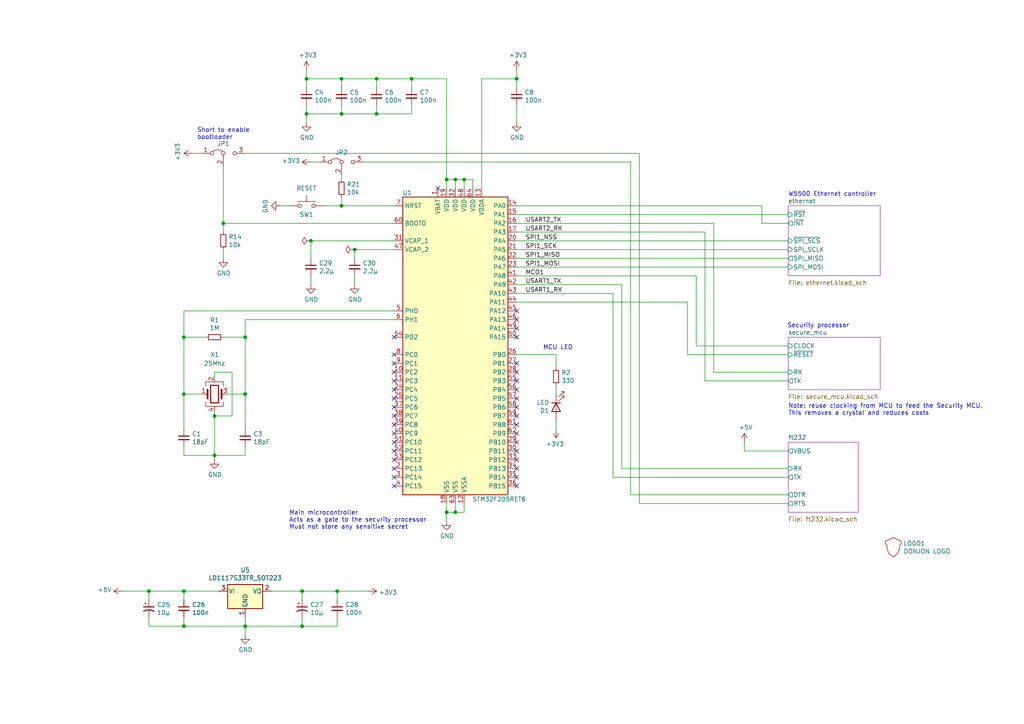
<source format=kicad_sch>
(kicad_sch (version 20200714) (host eeschema "5.99.0-unknown-039b6fd~102~ubuntu18.04.1")
  (page 1 4)
  (paper "A4")
  (title_block (title "picoHSM") (date "2020-09-11") (rev "v1.0") (company "Ledger"))
  (lib_symbols
    (symbol "Device:CP1_Small" (pin_numbers hide) (pin_names (offset 0.254) hide)
      (property "Reference" "C" (at 0.254 1.778 0))
      (property "Value" "CP1_Small" (at 0.254 -2.032 0))
      (symbol "CP1_Small_0_1"
        (arc (start -1.524 -0.762) (end 1.524 -0.762) (radius (at 0 -3.556) (length 3.175) (angles 118.6 61.4)) (stroke (width 0.3048)))
        (polyline (pts (xy -1.524 0.508) (xy 1.524 0.508)) (stroke (width 0.3048)))
        (polyline (pts (xy -1.27 1.524) (xy -0.762 1.524)))
        (polyline (pts (xy -1.016 1.27) (xy -1.016 1.778)))
      )
      (symbol "CP1_Small_1_1"
        (pin passive line (at 0 2.54 270) (length 2.032) (name "~") (number "1"))
        (pin passive line (at 0 -2.54 90) (length 2.032) (name "~") (number "2"))
      )
    )
    (symbol "Device:C_Small" (pin_numbers hide) (pin_names (offset 0.254) hide)
      (property "Reference" "C" (at 0.254 1.778 0))
      (property "Value" "C_Small" (at 0.254 -2.032 0))
      (symbol "C_Small_0_1"
        (polyline (pts (xy -1.524 -0.508) (xy 1.524 -0.508)) (stroke (width 0.3302)))
        (polyline (pts (xy -1.524 0.508) (xy 1.524 0.508)) (stroke (width 0.3048)))
      )
      (symbol "C_Small_1_1"
        (pin passive line (at 0 2.54 270) (length 2.032) (name "~") (number "1"))
        (pin passive line (at 0 -2.54 90) (length 2.032) (name "~") (number "2"))
      )
    )
    (symbol "Device:Crystal_GND24" (pin_names hide)
      (property "Reference" "Y" (at 3.175 5.08 0))
      (property "Value" "Crystal_GND24" (at 3.175 3.175 0))
      (symbol "Crystal_GND24_0_1"
        (rectangle (start -1.143 2.54) (end 1.143 -2.54) (stroke (width 0.3048)))
        (polyline (pts (xy -2.54 0) (xy -2.032 0)))
        (polyline (pts (xy -2.032 -1.27) (xy -2.032 1.27)) (stroke (width 0.508)))
        (polyline (pts (xy 0 -3.81) (xy 0 -3.556)))
        (polyline (pts (xy 0 3.556) (xy 0 3.81)))
        (polyline (pts (xy 2.032 -1.27) (xy 2.032 1.27)) (stroke (width 0.508)))
        (polyline (pts (xy 2.032 0) (xy 2.54 0)))
        (polyline (pts (xy -2.54 -2.286) (xy -2.54 -3.556) (xy 2.54 -3.556) (xy 2.54 -2.286)))
        (polyline (pts (xy -2.54 2.286) (xy -2.54 3.556) (xy 2.54 3.556) (xy 2.54 2.286)))
      )
      (symbol "Crystal_GND24_1_1"
        (pin passive line (at -3.81 0 0) (length 1.27) (name "1") (number "1"))
        (pin passive line (at 0 5.08 270) (length 1.27) (name "2") (number "2"))
        (pin passive line (at 3.81 0 180) (length 1.27) (name "3") (number "3"))
        (pin passive line (at 0 -5.08 90) (length 1.27) (name "4") (number "4"))
      )
    )
    (symbol "Device:LED" (pin_numbers hide) (pin_names hide)
      (property "Reference" "D" (at 0 2.54 0))
      (property "Value" "LED" (at 0 -2.54 0))
      (symbol "LED_0_1"
        (polyline (pts (xy -1.27 -1.27) (xy -1.27 1.27)) (stroke (width 0.254)))
        (polyline (pts (xy -1.27 0) (xy 1.27 0)))
        (polyline (pts (xy 1.27 -1.27) (xy 1.27 1.27) (xy -1.27 0) (xy 1.27 -1.27)) (stroke (width 0.254)))
        (polyline (pts (xy -3.048 -0.762) (xy -4.572 -2.286) (xy -3.81 -2.286) (xy -4.572 -2.286) (xy -4.572 -1.524)))
        (polyline (pts (xy -1.778 -0.762) (xy -3.302 -2.286) (xy -2.54 -2.286) (xy -3.302 -2.286) (xy -3.302 -1.524)))
      )
      (symbol "LED_1_1"
        (pin passive line (at -3.81 0 0) (length 2.54) (name "K") (number "1"))
        (pin passive line (at 3.81 0 180) (length 2.54) (name "A") (number "2"))
      )
    )
    (symbol "Device:R_Small" (pin_numbers hide) (pin_names (offset 0.254) hide)
      (property "Reference" "R" (at 0.762 0.508 0))
      (property "Value" "R_Small" (at 0.762 -1.016 0))
      (symbol "R_Small_0_1"
        (rectangle (start -0.762 1.778) (end 0.762 -1.778) (stroke (width 0.2032)))
      )
      (symbol "R_Small_1_1"
        (pin passive line (at 0 2.54 270) (length 0.762) (name "~") (number "1"))
        (pin passive line (at 0 -2.54 90) (length 0.762) (name "~") (number "2"))
      )
    )
    (symbol "Jumper:Jumper_3_Bridged12" (pin_names (offset 0) hide)
      (property "Reference" "JP" (at -2.54 -2.54 0))
      (property "Value" "Jumper_3_Bridged12" (at 0 2.794 0))
      (symbol "Jumper_3_Bridged12_0_1"
        (arc (start -3.048 0.508) (end -0.254 0.508) (radius (at -1.651 -1.27) (length 2.2606) (angles 128.2 51.8)))
        (polyline (pts (xy 0 -1.27) (xy 0 -0.508)))
      )
      (symbol "Jumper_3_Bridged12_0_0"
        (circle (center -3.302 0) (radius 0.508))
        (circle (center 0 0) (radius 0.508))
        (circle (center 3.302 0) (radius 0.508))
      )
      (symbol "Jumper_3_Bridged12_1_1"
        (pin passive line (at -6.35 0 0) (length 2.54) (name "A") (number "1"))
        (pin input line (at 0 -3.81 90) (length 2.54) (name "C") (number "2"))
        (pin passive line (at 6.35 0 180) (length 2.54) (name "B") (number "3"))
      )
    )
    (symbol "MCU_ST_STM32F2:STM32F205RETx" (pin_names (offset 0.508))
      (property "Reference" "U" (at -15.24 44.45 0))
      (property "Value" "STM32F205RETx" (at 10.16 44.45 0))
      (symbol "STM32F205RETx_0_1"
        (rectangle (start -15.24 -43.18) (end 15.24 43.18) (stroke (width 0.254)) (fill (type background)))
      )
      (symbol "STM32F205RETx_1_1"
        (pin input line (at -17.78 35.56 0) (length 2.54) (name "BOOT0") (number "60"))
        (pin input line (at -17.78 40.64 0) (length 2.54) (name "NRST") (number "7"))
        (pin bidirectional line (at 17.78 40.64 180) (length 2.54) (name "PA0") (number "14"))
        (pin bidirectional line (at 17.78 38.1 180) (length 2.54) (name "PA1") (number "15"))
        (pin bidirectional line (at 17.78 15.24 180) (length 2.54) (name "PA10") (number "43"))
        (pin bidirectional line (at 17.78 12.7 180) (length 2.54) (name "PA11") (number "44"))
        (pin bidirectional line (at 17.78 10.16 180) (length 2.54) (name "PA12") (number "45"))
        (pin bidirectional line (at 17.78 7.62 180) (length 2.54) (name "PA13") (number "46"))
        (pin bidirectional line (at 17.78 5.08 180) (length 2.54) (name "PA14") (number "49"))
        (pin bidirectional line (at 17.78 2.54 180) (length 2.54) (name "PA15") (number "50"))
        (pin bidirectional line (at 17.78 35.56 180) (length 2.54) (name "PA2") (number "16"))
        (pin bidirectional line (at 17.78 33.02 180) (length 2.54) (name "PA3") (number "17"))
        (pin bidirectional line (at 17.78 30.48 180) (length 2.54) (name "PA4") (number "20"))
        (pin bidirectional line (at 17.78 27.94 180) (length 2.54) (name "PA5") (number "21"))
        (pin bidirectional line (at 17.78 25.4 180) (length 2.54) (name "PA6") (number "22"))
        (pin bidirectional line (at 17.78 22.86 180) (length 2.54) (name "PA7") (number "23"))
        (pin bidirectional line (at 17.78 20.32 180) (length 2.54) (name "PA8") (number "41"))
        (pin bidirectional line (at 17.78 17.78 180) (length 2.54) (name "PA9") (number "42"))
        (pin bidirectional line (at 17.78 -2.54 180) (length 2.54) (name "PB0") (number "26"))
        (pin bidirectional line (at 17.78 -5.08 180) (length 2.54) (name "PB1") (number "27"))
        (pin bidirectional line (at 17.78 -27.94 180) (length 2.54) (name "PB10") (number "29"))
        (pin bidirectional line (at 17.78 -30.48 180) (length 2.54) (name "PB11") (number "30"))
        (pin bidirectional line (at 17.78 -33.02 180) (length 2.54) (name "PB12") (number "33"))
        (pin bidirectional line (at 17.78 -35.56 180) (length 2.54) (name "PB13") (number "34"))
        (pin bidirectional line (at 17.78 -38.1 180) (length 2.54) (name "PB14") (number "35"))
        (pin bidirectional line (at 17.78 -40.64 180) (length 2.54) (name "PB15") (number "36"))
        (pin bidirectional line (at 17.78 -7.62 180) (length 2.54) (name "PB2") (number "28"))
        (pin bidirectional line (at 17.78 -10.16 180) (length 2.54) (name "PB3") (number "55"))
        (pin bidirectional line (at 17.78 -12.7 180) (length 2.54) (name "PB4") (number "56"))
        (pin bidirectional line (at 17.78 -15.24 180) (length 2.54) (name "PB5") (number "57"))
        (pin bidirectional line (at 17.78 -17.78 180) (length 2.54) (name "PB6") (number "58"))
        (pin bidirectional line (at 17.78 -20.32 180) (length 2.54) (name "PB7") (number "59"))
        (pin bidirectional line (at 17.78 -22.86 180) (length 2.54) (name "PB8") (number "61"))
        (pin bidirectional line (at 17.78 -25.4 180) (length 2.54) (name "PB9") (number "62"))
        (pin bidirectional line (at -17.78 -2.54 0) (length 2.54) (name "PC0") (number "8"))
        (pin bidirectional line (at -17.78 -5.08 0) (length 2.54) (name "PC1") (number "9"))
        (pin bidirectional line (at -17.78 -27.94 0) (length 2.54) (name "PC10") (number "51"))
        (pin bidirectional line (at -17.78 -30.48 0) (length 2.54) (name "PC11") (number "52"))
        (pin bidirectional line (at -17.78 -33.02 0) (length 2.54) (name "PC12") (number "53"))
        (pin bidirectional line (at -17.78 -35.56 0) (length 2.54) (name "PC13") (number "2"))
        (pin bidirectional line (at -17.78 -38.1 0) (length 2.54) (name "PC14") (number "3"))
        (pin bidirectional line (at -17.78 -40.64 0) (length 2.54) (name "PC15") (number "4"))
        (pin bidirectional line (at -17.78 -7.62 0) (length 2.54) (name "PC2") (number "10"))
        (pin bidirectional line (at -17.78 -10.16 0) (length 2.54) (name "PC3") (number "11"))
        (pin bidirectional line (at -17.78 -12.7 0) (length 2.54) (name "PC4") (number "24"))
        (pin bidirectional line (at -17.78 -15.24 0) (length 2.54) (name "PC5") (number "25"))
        (pin bidirectional line (at -17.78 -17.78 0) (length 2.54) (name "PC6") (number "37"))
        (pin bidirectional line (at -17.78 -20.32 0) (length 2.54) (name "PC7") (number "38"))
        (pin bidirectional line (at -17.78 -22.86 0) (length 2.54) (name "PC8") (number "39"))
        (pin bidirectional line (at -17.78 -25.4 0) (length 2.54) (name "PC9") (number "40"))
        (pin bidirectional line (at -17.78 2.54 0) (length 2.54) (name "PD2") (number "54"))
        (pin input line (at -17.78 10.16 0) (length 2.54) (name "PH0") (number "5"))
        (pin input line (at -17.78 7.62 0) (length 2.54) (name "PH1") (number "6"))
        (pin power_in line (at -5.08 45.72 270) (length 2.54) (name "VBAT") (number "1"))
        (pin power_in line (at -17.78 30.48 0) (length 2.54) (name "VCAP_1") (number "31"))
        (pin power_in line (at -17.78 27.94 0) (length 2.54) (name "VCAP_2") (number "47"))
        (pin power_in line (at -2.54 45.72 270) (length 2.54) (name "VDD") (number "19"))
        (pin power_in line (at 0 45.72 270) (length 2.54) (name "VDD") (number "32"))
        (pin power_in line (at 2.54 45.72 270) (length 2.54) (name "VDD") (number "48"))
        (pin power_in line (at 5.08 45.72 270) (length 2.54) (name "VDD") (number "64"))
        (pin power_in line (at 7.62 45.72 270) (length 2.54) (name "VDDA") (number "13"))
        (pin power_in line (at -2.54 -45.72 90) (length 2.54) (name "VSS") (number "18"))
        (pin power_in line (at 0 -45.72 90) (length 2.54) (name "VSS") (number "63"))
        (pin power_in line (at 2.54 -45.72 90) (length 2.54) (name "VSSA") (number "12"))
      )
    )
    (symbol "Regulator_Linear:LD1117S33TR_SOT223" (pin_names (offset 0.254))
      (property "Reference" "U" (at -3.81 3.175 0))
      (property "Value" "LD1117S33TR_SOT223" (at 0 3.175 0))
      (symbol "LD1117S33TR_SOT223_0_1"
        (rectangle (start -5.08 -5.08) (end 5.08 1.905) (stroke (width 0.254)) (fill (type background)))
      )
      (symbol "LD1117S33TR_SOT223_1_1"
        (pin power_in line (at 0 -7.62 90) (length 2.54) (name "GND") (number "1"))
        (pin power_out line (at 7.62 0 180) (length 2.54) (name "VO") (number "2"))
        (pin power_in line (at -7.62 0 0) (length 2.54) (name "VI") (number "3"))
      )
    )
    (symbol "Switch:SW_Push" (pin_numbers hide) (pin_names hide)
      (property "Reference" "SW" (at 1.27 2.54 0))
      (property "Value" "SW_Push" (at 0 -1.524 0))
      (symbol "SW_Push_0_1"
        (circle (center -2.032 0) (radius 0.508))
        (circle (center 2.032 0) (radius 0.508))
        (polyline (pts (xy 0 1.27) (xy 0 3.048)))
        (polyline (pts (xy 2.54 1.27) (xy -2.54 1.27)))
        (pin passive line (at -5.08 0 0) (length 2.54) (name "1") (number "1"))
        (pin passive line (at 5.08 0 180) (length 2.54) (name "2") (number "2"))
      )
    )
    (symbol "mylib:DUNGEON_LOGO"
      (property "Reference" "LOGO" (at 0 0 0))
      (property "Value" "DUNGEON_LOGO" (at 0 0 0))
      (symbol "DUNGEON_LOGO_0_1"
        (polyline (pts (xy 0 2.794) (xy 2.286 1.778) (xy 2.286 1.016) (xy 1.778 0.508) (xy 1.778 -0.508) (xy 1.27 -1.778) (xy 0 -2.794) (xy -1.27 -1.778) (xy -1.778 -0.508) (xy -1.778 0.508) (xy -2.286 1.016) (xy -2.286 1.778) (xy 0 2.794)))
      )
    )
    (symbol "power:+3V3" (power) (pin_names (offset 0))
      (property "Value" "+3V3" (at 0 3.556 0))
      (symbol "+3V3_0_1"
        (polyline (pts (xy -0.762 1.27) (xy 0 2.54)))
        (polyline (pts (xy 0 0) (xy 0 2.54)))
        (polyline (pts (xy 0 2.54) (xy 0.762 1.27)))
      )
      (symbol "+3V3_1_1"
        (pin power_in line (at 0 0 90) (length 0) hide (name "+3V3") (number "1"))
      )
    )
    (symbol "power:+5V" (power) (pin_names (offset 0))
      (property "Value" "+5V" (at 0 3.556 0))
      (symbol "+5V_0_1"
        (polyline (pts (xy -0.762 1.27) (xy 0 2.54)))
        (polyline (pts (xy 0 0) (xy 0 2.54)))
        (polyline (pts (xy 0 2.54) (xy 0.762 1.27)))
      )
      (symbol "+5V_1_1"
        (pin power_in line (at 0 0 90) (length 0) hide (name "+5V") (number "1"))
      )
    )
    (symbol "power:GND" (power) (pin_names (offset 0))
      (property "Value" "GND" (at 0 -3.81 0))
      (symbol "GND_0_1"
        (polyline (pts (xy 0 0) (xy 0 -1.27) (xy 1.27 -1.27) (xy 0 -2.54) (xy -1.27 -1.27) (xy 0 -1.27)))
      )
      (symbol "GND_1_1"
        (pin power_in line (at 0 0 270) (length 0) hide (name "GND") (number "1"))
      )
    )
    (symbol "power:PWR_FLAG" (power) (pin_numbers hide) (pin_names (offset 0) hide)
      (property "Value" "PWR_FLAG" (at 0 3.81 0))
      (symbol "PWR_FLAG_0_1"
        (polyline (pts (xy 0 0) (xy 0 1.27) (xy -1.016 1.905) (xy 0 2.54) (xy 1.016 1.905) (xy 0 1.27)))
      )
      (symbol "PWR_FLAG_0_0"
        (pin power_out line (at 0 0 90) (length 0) (name "pwr") (number "1"))
      )
    )
  )
  (junction (at 43.18 171.45))
  (junction (at 53.34 97.79))
  (junction (at 53.34 114.3))
  (junction (at 53.34 171.45))
  (junction (at 53.34 181.61))
  (junction (at 62.23 120.65))
  (junction (at 62.23 132.08))
  (junction (at 64.77 64.77))
  (junction (at 71.12 97.79))
  (junction (at 71.12 114.3))
  (junction (at 71.12 181.61))
  (junction (at 87.63 171.45))
  (junction (at 87.63 181.61))
  (junction (at 88.9 22.86))
  (junction (at 88.9 33.02))
  (junction (at 90.17 69.85))
  (junction (at 97.79 171.45))
  (junction (at 99.06 22.86))
  (junction (at 99.06 33.02))
  (junction (at 99.06 59.69))
  (junction (at 102.87 72.39))
  (junction (at 109.22 22.86))
  (junction (at 109.22 33.02))
  (junction (at 119.38 22.86))
  (junction (at 129.54 52.07))
  (junction (at 129.54 148.59))
  (junction (at 132.08 52.07))
  (junction (at 132.08 148.59))
  (junction (at 134.62 52.07))
  (junction (at 149.86 22.86))
  (no_connect (at 149.86 97.79))
  (no_connect (at 114.3 118.11))
  (no_connect (at 149.86 118.11))
  (no_connect (at 149.86 110.49))
  (no_connect (at 149.86 107.95))
  (no_connect (at 149.86 138.43))
  (no_connect (at 114.3 115.57))
  (no_connect (at 149.86 133.35))
  (no_connect (at 149.86 113.03))
  (no_connect (at 114.3 133.35))
  (no_connect (at 149.86 123.19))
  (no_connect (at 114.3 140.97))
  (no_connect (at 149.86 125.73))
  (no_connect (at 114.3 113.03))
  (no_connect (at 149.86 130.81))
  (no_connect (at 114.3 130.81))
  (no_connect (at 149.86 115.57))
  (no_connect (at 114.3 138.43))
  (no_connect (at 114.3 128.27))
  (no_connect (at 114.3 105.41))
  (no_connect (at 149.86 135.89))
  (no_connect (at 114.3 110.49))
  (no_connect (at 149.86 92.71))
  (no_connect (at 114.3 123.19))
  (no_connect (at 149.86 140.97))
  (no_connect (at 114.3 102.87))
  (no_connect (at 149.86 105.41))
  (no_connect (at 127 54.61))
  (no_connect (at 149.86 95.25))
  (no_connect (at 114.3 120.65))
  (no_connect (at 114.3 97.79))
  (no_connect (at 114.3 135.89))
  (no_connect (at 149.86 128.27))
  (no_connect (at 114.3 125.73))
  (no_connect (at 149.86 90.17))
  (no_connect (at 114.3 107.95))
  (no_connect (at 149.86 120.65))
  (wire (pts (xy 35.56 171.45) (xy 43.18 171.45)))
  (wire (pts (xy 43.18 171.45) (xy 43.18 173.99)))
  (wire (pts (xy 43.18 179.07) (xy 43.18 181.61)))
  (wire (pts (xy 53.34 90.17) (xy 53.34 97.79)))
  (wire (pts (xy 53.34 97.79) (xy 59.69 97.79)))
  (wire (pts (xy 53.34 114.3) (xy 53.34 97.79)))
  (wire (pts (xy 53.34 114.3) (xy 53.34 124.46)))
  (wire (pts (xy 53.34 129.54) (xy 53.34 132.08)))
  (wire (pts (xy 53.34 132.08) (xy 62.23 132.08)))
  (wire (pts (xy 53.34 171.45) (xy 43.18 171.45)))
  (wire (pts (xy 53.34 171.45) (xy 53.34 173.99)))
  (wire (pts (xy 53.34 171.45) (xy 63.5 171.45)))
  (wire (pts (xy 53.34 179.07) (xy 53.34 181.61)))
  (wire (pts (xy 53.34 181.61) (xy 43.18 181.61)))
  (wire (pts (xy 53.34 181.61) (xy 71.12 181.61)))
  (wire (pts (xy 55.88 44.45) (xy 58.42 44.45)))
  (wire (pts (xy 58.42 114.3) (xy 53.34 114.3)))
  (wire (pts (xy 62.23 107.95) (xy 62.23 109.22)))
  (wire (pts (xy 62.23 107.95) (xy 67.31 107.95)))
  (wire (pts (xy 62.23 119.38) (xy 62.23 120.65)))
  (wire (pts (xy 62.23 120.65) (xy 62.23 132.08)))
  (wire (pts (xy 62.23 132.08) (xy 62.23 133.35)))
  (wire (pts (xy 62.23 132.08) (xy 71.12 132.08)))
  (wire (pts (xy 64.77 48.26) (xy 64.77 64.77)))
  (wire (pts (xy 64.77 64.77) (xy 64.77 67.31)))
  (wire (pts (xy 64.77 64.77) (xy 114.3 64.77)))
  (wire (pts (xy 64.77 72.39) (xy 64.77 74.93)))
  (wire (pts (xy 64.77 97.79) (xy 71.12 97.79)))
  (wire (pts (xy 67.31 107.95) (xy 67.31 120.65)))
  (wire (pts (xy 67.31 120.65) (xy 62.23 120.65)))
  (wire (pts (xy 71.12 44.45) (xy 185.42 44.45)))
  (wire (pts (xy 71.12 92.71) (xy 114.3 92.71)))
  (wire (pts (xy 71.12 97.79) (xy 71.12 92.71)))
  (wire (pts (xy 71.12 97.79) (xy 71.12 114.3)))
  (wire (pts (xy 71.12 114.3) (xy 66.04 114.3)))
  (wire (pts (xy 71.12 114.3) (xy 71.12 124.46)))
  (wire (pts (xy 71.12 132.08) (xy 71.12 129.54)))
  (wire (pts (xy 71.12 181.61) (xy 71.12 179.07)))
  (wire (pts (xy 71.12 181.61) (xy 71.12 184.15)))
  (wire (pts (xy 71.12 181.61) (xy 87.63 181.61)))
  (wire (pts (xy 78.74 171.45) (xy 87.63 171.45)))
  (wire (pts (xy 81.28 59.69) (xy 83.82 59.69)))
  (wire (pts (xy 87.63 171.45) (xy 87.63 173.99)))
  (wire (pts (xy 87.63 179.07) (xy 87.63 181.61)))
  (wire (pts (xy 88.9 20.32) (xy 88.9 22.86)))
  (wire (pts (xy 88.9 22.86) (xy 88.9 25.4)))
  (wire (pts (xy 88.9 22.86) (xy 99.06 22.86)))
  (wire (pts (xy 88.9 30.48) (xy 88.9 33.02)))
  (wire (pts (xy 88.9 33.02) (xy 88.9 35.56)))
  (wire (pts (xy 88.9 33.02) (xy 99.06 33.02)))
  (wire (pts (xy 90.17 46.99) (xy 92.71 46.99)))
  (wire (pts (xy 90.17 69.85) (xy 90.17 74.93)))
  (wire (pts (xy 90.17 80.01) (xy 90.17 82.55)))
  (wire (pts (xy 93.98 59.69) (xy 99.06 59.69)))
  (wire (pts (xy 97.79 171.45) (xy 87.63 171.45)))
  (wire (pts (xy 97.79 171.45) (xy 97.79 173.99)))
  (wire (pts (xy 97.79 171.45) (xy 106.68 171.45)))
  (wire (pts (xy 97.79 179.07) (xy 97.79 181.61)))
  (wire (pts (xy 97.79 181.61) (xy 87.63 181.61)))
  (wire (pts (xy 99.06 22.86) (xy 99.06 25.4)))
  (wire (pts (xy 99.06 22.86) (xy 109.22 22.86)))
  (wire (pts (xy 99.06 30.48) (xy 99.06 33.02)))
  (wire (pts (xy 99.06 33.02) (xy 109.22 33.02)))
  (wire (pts (xy 99.06 50.8) (xy 99.06 52.07)))
  (wire (pts (xy 99.06 57.15) (xy 99.06 59.69)))
  (wire (pts (xy 99.06 59.69) (xy 114.3 59.69)))
  (wire (pts (xy 102.87 72.39) (xy 102.87 74.93)))
  (wire (pts (xy 102.87 80.01) (xy 102.87 82.55)))
  (wire (pts (xy 105.41 46.99) (xy 182.88 46.99)))
  (wire (pts (xy 109.22 22.86) (xy 109.22 25.4)))
  (wire (pts (xy 109.22 22.86) (xy 119.38 22.86)))
  (wire (pts (xy 109.22 30.48) (xy 109.22 33.02)))
  (wire (pts (xy 109.22 33.02) (xy 119.38 33.02)))
  (wire (pts (xy 114.3 69.85) (xy 90.17 69.85)))
  (wire (pts (xy 114.3 72.39) (xy 102.87 72.39)))
  (wire (pts (xy 114.3 90.17) (xy 53.34 90.17)))
  (wire (pts (xy 119.38 22.86) (xy 119.38 25.4)))
  (wire (pts (xy 119.38 33.02) (xy 119.38 30.48)))
  (wire (pts (xy 129.54 22.86) (xy 119.38 22.86)))
  (wire (pts (xy 129.54 52.07) (xy 129.54 22.86)))
  (wire (pts (xy 129.54 52.07) (xy 129.54 54.61)))
  (wire (pts (xy 129.54 146.05) (xy 129.54 148.59)))
  (wire (pts (xy 129.54 148.59) (xy 129.54 151.13)))
  (wire (pts (xy 132.08 52.07) (xy 129.54 52.07)))
  (wire (pts (xy 132.08 52.07) (xy 132.08 54.61)))
  (wire (pts (xy 132.08 146.05) (xy 132.08 148.59)))
  (wire (pts (xy 132.08 148.59) (xy 129.54 148.59)))
  (wire (pts (xy 134.62 52.07) (xy 132.08 52.07)))
  (wire (pts (xy 134.62 52.07) (xy 134.62 54.61)))
  (wire (pts (xy 134.62 146.05) (xy 134.62 148.59)))
  (wire (pts (xy 134.62 148.59) (xy 132.08 148.59)))
  (wire (pts (xy 137.16 52.07) (xy 134.62 52.07)))
  (wire (pts (xy 137.16 52.07) (xy 137.16 54.61)))
  (wire (pts (xy 139.7 22.86) (xy 139.7 54.61)))
  (wire (pts (xy 149.86 20.32) (xy 149.86 22.86)))
  (wire (pts (xy 149.86 22.86) (xy 139.7 22.86)))
  (wire (pts (xy 149.86 22.86) (xy 149.86 25.4)))
  (wire (pts (xy 149.86 30.48) (xy 149.86 35.56)))
  (wire (pts (xy 149.86 59.69) (xy 220.98 59.69)))
  (wire (pts (xy 149.86 62.23) (xy 228.6 62.23)))
  (wire (pts (xy 149.86 64.77) (xy 207.01 64.77)))
  (wire (pts (xy 149.86 67.31) (xy 204.47 67.31)))
  (wire (pts (xy 149.86 69.85) (xy 228.6 69.85)))
  (wire (pts (xy 149.86 72.39) (xy 228.6 72.39)))
  (wire (pts (xy 149.86 74.93) (xy 228.6 74.93)))
  (wire (pts (xy 149.86 77.47) (xy 228.6 77.47)))
  (wire (pts (xy 149.86 80.01) (xy 201.93 80.01)))
  (wire (pts (xy 149.86 82.55) (xy 180.34 82.55)))
  (wire (pts (xy 149.86 85.09) (xy 177.8 85.09)))
  (wire (pts (xy 149.86 102.87) (xy 161.29 102.87)))
  (wire (pts (xy 161.29 102.87) (xy 161.29 106.68)))
  (wire (pts (xy 161.29 111.76) (xy 161.29 114.3)))
  (wire (pts (xy 161.29 121.92) (xy 161.29 124.46)))
  (wire (pts (xy 177.8 85.09) (xy 177.8 138.43)))
  (wire (pts (xy 177.8 138.43) (xy 228.6 138.43)))
  (wire (pts (xy 180.34 82.55) (xy 180.34 135.89)))
  (wire (pts (xy 180.34 135.89) (xy 228.6 135.89)))
  (wire (pts (xy 182.88 143.51) (xy 182.88 46.99)))
  (wire (pts (xy 185.42 146.05) (xy 185.42 44.45)))
  (wire (pts (xy 199.39 87.63) (xy 149.86 87.63)))
  (wire (pts (xy 199.39 102.87) (xy 199.39 87.63)))
  (wire (pts (xy 201.93 80.01) (xy 201.93 100.33)))
  (wire (pts (xy 201.93 100.33) (xy 228.6 100.33)))
  (wire (pts (xy 204.47 67.31) (xy 204.47 110.49)))
  (wire (pts (xy 204.47 110.49) (xy 228.6 110.49)))
  (wire (pts (xy 207.01 64.77) (xy 207.01 107.95)))
  (wire (pts (xy 207.01 107.95) (xy 228.6 107.95)))
  (wire (pts (xy 215.9 130.81) (xy 215.9 128.27)))
  (wire (pts (xy 220.98 59.69) (xy 220.98 64.77)))
  (wire (pts (xy 220.98 64.77) (xy 228.6 64.77)))
  (wire (pts (xy 228.6 102.87) (xy 199.39 102.87)))
  (wire (pts (xy 228.6 130.81) (xy 215.9 130.81)))
  (wire (pts (xy 228.6 143.51) (xy 182.88 143.51)))
  (wire (pts (xy 228.6 146.05) (xy 185.42 146.05)))
  (text "Short to enable\nbootloader" (at 57.15 40.64 0) (effects (font (size 1.27 1.27)) (justify left bottom)))
  (text "Main microcontroller\nActs as a gate to the security processor\nMust not store any sensitive secret" (at 83.82 153.67 0) (effects (font (size 1.27 1.27)) (justify left bottom)))
  (text "MCU LED" (at 157.48 101.6 0) (effects (font (size 1.27 1.27)) (justify left bottom)))
  (text "W5500 Ethernet controller" (at 228.6 57.15 0) (effects (font (size 1.27 1.27)) (justify left bottom)))
  (text "Note: reuse clocking from MCU to feed the Security MCU,\nThis removes a crystal and reduces costs" (at 228.6 120.65 0) (effects (font (size 1.27 1.27)) (justify left bottom)))
  (text "Security processor" (at 246.38 95.25 180) (effects (font (size 1.27 1.27)) (justify right bottom)))
  (label "USART2_TX" (at 152.4 64.77 0))
  (label "USART2_RX" (at 152.4 67.31 0))
  (label "SPI1_NSS" (at 152.4 69.85 0))
  (label "SPI1_SCK" (at 152.4 72.39 0))
  (label "SPI1_MISO" (at 152.4 74.93 0))
  (label "SPI1_MOSI" (at 152.4 77.47 0))
  (label "MCO1" (at 152.4 80.01 0))
  (label "USART1_TX" (at 152.4 82.55 0))
  (label "USART1_RX" (at 152.4 85.09 0))
  (symbol (lib_id "power:PWR_FLAG") (at 90.17 69.85 90) (unit 1)
    (property "Reference" "#FLG0102" (effects hide))
    (property "Value" "PWR_FLAG" (effects hide))
  )
  (symbol (lib_id "power:PWR_FLAG") (at 102.87 72.39 90) (unit 1)
    (property "Reference" "#FLG0103" (effects hide))
    (property "Value" "PWR_FLAG" (effects hide))
  )
  (symbol (lib_id "power:+5V") (at 35.56 171.45 90) (unit 1)
    (property "Reference" "#PWR0138" (effects hide))
    (property "Value" "+5V" (at 32.385 171.0817 90) (effects (justify left)))
  )
  (symbol (lib_id "power:+3V3") (at 55.88 44.45 90) (unit 1)
    (property "Reference" "#PWR0139" (effects hide))
    (property "Value" "+3V3" (at 51.5556 44.0817 0))
  )
  (symbol (lib_id "power:+3V3") (at 88.9 20.32 0) (unit 1)
    (property "Reference" "#PWR0102" (effects hide))
    (property "Value" "+3V3" (at 89.2683 15.9956 0))
  )
  (symbol (lib_id "power:+3V3") (at 90.17 46.99 90) (unit 1)
    (property "Reference" "#PWR0140" (effects hide))
    (property "Value" "+3V3" (at 86.9949 46.6217 90) (effects (justify left)))
  )
  (symbol (lib_id "power:+3V3") (at 106.68 171.45 270) (unit 1)
    (property "Reference" "#PWR0137" (effects hide))
    (property "Value" "+3V3" (at 109.8551 171.8183 90) (effects (justify left)))
  )
  (symbol (lib_id "power:+3V3") (at 149.86 20.32 0) (unit 1)
    (property "Reference" "#PWR0105" (effects hide))
    (property "Value" "+3V3" (at 150.2283 15.9956 0))
  )
  (symbol (lib_id "power:+3V3") (at 161.29 124.46 180) (unit 1)
    (property "Reference" "#PWR0106" (effects hide))
    (property "Value" "+3V3" (at 160.9217 128.7844 0))
  )
  (symbol (lib_id "power:+5V") (at 215.9 128.27 0) (unit 1)
    (property "Reference" "#PWR0107" (effects hide))
    (property "Value" "+5V" (at 216.2683 123.9456 0))
  )
  (symbol (lib_id "power:GND") (at 62.23 133.35 0) (unit 1)
    (property "Reference" "#PWR0103" (effects hide))
    (property "Value" "GND" (at 62.3443 137.6744 0))
  )
  (symbol (lib_id "power:GND") (at 64.77 74.93 0) (unit 1)
    (property "Reference" "#PWR0142" (effects hide))
    (property "Value" "GND" (at 64.8843 79.2544 0))
  )
  (symbol (lib_id "power:GND") (at 71.12 184.15 0) (unit 1)
    (property "Reference" "#PWR0136" (effects hide))
    (property "Value" "GND" (at 71.2343 188.4744 0))
  )
  (symbol (lib_id "power:GND") (at 81.28 59.69 270) (unit 1)
    (property "Reference" "#PWR0141" (effects hide))
    (property "Value" "GND" (at 76.9556 59.8043 0))
  )
  (symbol (lib_id "power:GND") (at 88.9 35.56 0) (unit 1)
    (property "Reference" "#PWR0101" (effects hide))
    (property "Value" "GND" (at 89.0143 39.8844 0))
  )
  (symbol (lib_id "power:GND") (at 90.17 82.55 0) (unit 1)
    (property "Reference" "#PWR0143" (effects hide))
    (property "Value" "GND" (at 90.2843 86.8744 0))
  )
  (symbol (lib_id "power:GND") (at 102.87 82.55 0) (unit 1)
    (property "Reference" "#PWR0144" (effects hide))
    (property "Value" "GND" (at 102.9843 86.8744 0))
  )
  (symbol (lib_id "power:GND") (at 129.54 151.13 0) (unit 1)
    (property "Reference" "#PWR0145" (effects hide))
    (property "Value" "GND" (at 129.6543 155.4544 0))
  )
  (symbol (lib_id "power:GND") (at 149.86 35.56 0) (unit 1)
    (property "Reference" "#PWR0104" (effects hide))
    (property "Value" "GND" (at 149.9743 39.8844 0))
  )
  (symbol (lib_id "Device:R_Small") (at 62.23 97.79 90) (unit 1)
    (property "Reference" "R1" (at 62.23 92.8432 90))
    (property "Value" "1M" (at 62.23 95.1419 90))
    (property "Footprint" "Resistor_SMD:R_0603_1608Metric" (effects hide))
    (property "Manufacturer" "Yageo" (effects hide))
    (property "ManufacturerRef" "RC0603FR-071ML" (effects hide))
    (property "Price" "0.0151" (effects hide))
    (property "Vendor" "Farnell" (effects hide))
    (property "VendorRef" "9238840" (effects hide))
  )
  (symbol (lib_id "Device:R_Small") (at 64.77 69.85 0) (unit 1)
    (property "Reference" "R14" (at 66.2687 68.7006 0) (effects (justify left)))
    (property "Value" "10k" (at 66.2687 70.9993 0) (effects (justify left)))
    (property "Footprint" "Resistor_SMD:R_0603_1608Metric" (effects hide))
    (property "Manufacturer" "TE Connectivity" (effects hide))
    (property "ManufacturerRef" "CRGH0603J10K" (effects hide))
    (property "Price" "0.0446" (effects hide))
    (property "Vendor" "Farnell" (effects hide))
    (property "VendorRef" "2331740" (effects hide))
  )
  (symbol (lib_id "Device:R_Small") (at 99.06 54.61 0) (unit 1)
    (property "Reference" "R21" (at 100.5587 53.4606 0) (effects (justify left)))
    (property "Value" "10k" (at 100.5587 55.7593 0) (effects (justify left)))
    (property "Footprint" "Resistor_SMD:R_0603_1608Metric" (effects hide))
    (property "Manufacturer" "TE Connectivity" (effects hide))
    (property "ManufacturerRef" "CRGH0603J10K" (effects hide))
    (property "Price" "0.0446" (effects hide))
    (property "Vendor" "Farnell" (effects hide))
    (property "VendorRef" "2331740" (effects hide))
  )
  (symbol (lib_id "Device:R_Small") (at 161.29 109.22 0) (unit 1)
    (property "Reference" "R2" (at 162.7887 108.0706 0) (effects (justify left)))
    (property "Value" "330" (at 162.7887 110.3693 0) (effects (justify left)))
    (property "Footprint" "Resistor_SMD:R_0603_1608Metric" (effects hide))
    (property "Manufacturer" "Vishay" (effects hide))
    (property "ManufacturerRef" "CRCW0603330RFKEA" (effects hide))
    (property "Price" "0.0407" (effects hide))
    (property "Vendor" "Farnell" (effects hide))
    (property "VendorRef" "1469803" (effects hide))
  )
  (symbol (lib_id "Device:CP1_Small") (at 43.18 176.53 0) (unit 1)
    (property "Reference" "C25" (at 45.4915 175.3806 0) (effects (justify left)))
    (property "Value" "10µ" (at 45.4915 177.6793 0) (effects (justify left)))
    (property "Footprint" "Capacitor_Tantalum_SMD:CP_EIA-3216-10_Kemet-I" (effects hide))
    (property "Manufacturer" "AVX" (effects hide))
    (property "ManufacturerRef" "TAJA106K016SNJ" (effects hide))
    (property "Price" "0.205" (effects hide))
    (property "Vendor" "Farnell" (effects hide))
    (property "VendorRef" "2852725" (effects hide))
  )
  (symbol (lib_id "Device:CP1_Small") (at 87.63 176.53 0) (unit 1)
    (property "Reference" "C27" (at 89.9415 175.3806 0) (effects (justify left)))
    (property "Value" "10µ" (at 89.9415 177.6793 0) (effects (justify left)))
    (property "Footprint" "Capacitor_Tantalum_SMD:CP_EIA-3216-10_Kemet-I" (effects hide))
    (property "Manufacturer" "AVX" (effects hide))
    (property "ManufacturerRef" "TAJA106K016SNJ" (effects hide))
    (property "Price" "0.205" (effects hide))
    (property "Vendor" "Farnell" (effects hide))
    (property "VendorRef" "2852725" (effects hide))
  )
  (symbol (lib_id "Device:C_Small") (at 53.34 127 0) (unit 1)
    (property "Reference" "C1" (at 55.6642 125.8506 0) (effects (justify left)))
    (property "Value" "18pF" (at 55.6642 128.1493 0) (effects (justify left)))
    (property "Footprint" "Capacitor_SMD:C_0603_1608Metric" (effects hide))
    (property "Manufacturer" "Kemet" (effects hide))
    (property "ManufacturerRef" "C0603C180J5GACTU" (effects hide))
    (property "Price" "0.029" (effects hide))
    (property "Vendor" "Farnell" (effects hide))
    (property "VendorRef" "1414620" (effects hide))
  )
  (symbol (lib_id "Device:C_Small") (at 53.34 176.53 0) (unit 1)
    (property "Reference" "C26" (at 55.6642 175.3806 0) (effects (justify left)))
    (property "Value" "100n" (at 55.6642 177.6793 0) (effects (justify left)))
    (property "Footprint" "Capacitor_SMD:C_0603_1608Metric" (effects hide))
    (property "Manufacturer" "Multicomp" (effects hide))
    (property "ManufacturerRef" "MC0603B104K250CT" (effects hide))
    (property "Price" "0.0477" (effects hide))
    (property "Vendor" "Farnell" (effects hide))
    (property "VendorRef" "1759037" (effects hide))
  )
  (symbol (lib_id "Device:C_Small") (at 71.12 127 0) (unit 1)
    (property "Reference" "C3" (at 73.4442 125.8506 0) (effects (justify left)))
    (property "Value" "18pF" (at 73.4442 128.1493 0) (effects (justify left)))
    (property "Footprint" "Capacitor_SMD:C_0603_1608Metric" (effects hide))
    (property "Manufacturer" "Kemet" (effects hide))
    (property "ManufacturerRef" "C0603C180J5GACTU" (effects hide))
    (property "Price" "0.029" (effects hide))
    (property "Vendor" "Farnell" (effects hide))
    (property "VendorRef" "1414620" (effects hide))
  )
  (symbol (lib_id "Device:C_Small") (at 88.9 27.94 0) (unit 1)
    (property "Reference" "C4" (at 91.2242 26.7906 0) (effects (justify left)))
    (property "Value" "100n" (at 91.2242 29.0893 0) (effects (justify left)))
    (property "Footprint" "Capacitor_SMD:C_0603_1608Metric" (effects hide))
    (property "Manufacturer" "Multicomp" (effects hide))
    (property "ManufacturerRef" "MC0603B104K250CT" (effects hide))
    (property "Price" "0.0477" (effects hide))
    (property "Vendor" "Farnell" (effects hide))
    (property "VendorRef" "1759037" (effects hide))
  )
  (symbol (lib_id "Device:C_Small") (at 90.17 77.47 0) (unit 1)
    (property "Reference" "C29" (at 92.4942 76.3206 0) (effects (justify left)))
    (property "Value" "2.2µ" (at 92.4942 78.6193 0) (effects (justify left)))
    (property "Footprint" "Capacitor_SMD:C_0603_1608Metric" (effects hide))
    (property "Manufacturer" "Murata" (effects hide))
    (property "ManufacturerRef" "GRM188R61E225KA12D" (effects hide))
    (property "Price" "0.131" (effects hide))
    (property "Vendor" "Farnell" (effects hide))
    (property "VendorRef" "1845734" (effects hide))
  )
  (symbol (lib_id "Device:C_Small") (at 97.79 176.53 0) (unit 1)
    (property "Reference" "C28" (at 100.1142 175.3806 0) (effects (justify left)))
    (property "Value" "100n" (at 100.1142 177.6793 0) (effects (justify left)))
    (property "Footprint" "Capacitor_SMD:C_0603_1608Metric" (effects hide))
    (property "Manufacturer" "Multicomp" (effects hide))
    (property "ManufacturerRef" "MC0603B104K250CT" (effects hide))
    (property "Price" "0.0477" (effects hide))
    (property "Vendor" "Farnell" (effects hide))
    (property "VendorRef" "1759037" (effects hide))
  )
  (symbol (lib_id "Device:C_Small") (at 99.06 27.94 0) (unit 1)
    (property "Reference" "C5" (at 101.3842 26.7906 0) (effects (justify left)))
    (property "Value" "100n" (at 101.3842 29.0893 0) (effects (justify left)))
    (property "Footprint" "Capacitor_SMD:C_0603_1608Metric" (effects hide))
    (property "Manufacturer" "Multicomp" (effects hide))
    (property "ManufacturerRef" "MC0603B104K250CT" (effects hide))
    (property "Price" "0.0477" (effects hide))
    (property "Vendor" "Farnell" (effects hide))
    (property "VendorRef" "1759037" (effects hide))
  )
  (symbol (lib_id "Device:C_Small") (at 102.87 77.47 0) (unit 1)
    (property "Reference" "C30" (at 105.1942 76.3206 0) (effects (justify left)))
    (property "Value" "2.2µ" (at 105.1942 78.6193 0) (effects (justify left)))
    (property "Footprint" "Capacitor_SMD:C_0603_1608Metric" (effects hide))
    (property "Manufacturer" "Murata" (effects hide))
    (property "ManufacturerRef" "GRM188R61E225KA12D" (effects hide))
    (property "Price" "0.131" (effects hide))
    (property "Vendor" "Farnell" (effects hide))
    (property "VendorRef" "1845734" (effects hide))
  )
  (symbol (lib_id "Device:C_Small") (at 109.22 27.94 0) (unit 1)
    (property "Reference" "C6" (at 111.5442 26.7906 0) (effects (justify left)))
    (property "Value" "100n" (at 111.5442 29.0893 0) (effects (justify left)))
    (property "Footprint" "Capacitor_SMD:C_0603_1608Metric" (effects hide))
    (property "Manufacturer" "Multicomp" (effects hide))
    (property "ManufacturerRef" "MC0603B104K250CT" (effects hide))
    (property "Price" "0.0477" (effects hide))
    (property "Vendor" "Farnell" (effects hide))
    (property "VendorRef" "1759037" (effects hide))
  )
  (symbol (lib_id "Device:C_Small") (at 119.38 27.94 0) (unit 1)
    (property "Reference" "C7" (at 121.7042 26.7906 0) (effects (justify left)))
    (property "Value" "100n" (at 121.7042 29.0893 0) (effects (justify left)))
    (property "Footprint" "Capacitor_SMD:C_0603_1608Metric" (effects hide))
    (property "Manufacturer" "Multicomp" (effects hide))
    (property "ManufacturerRef" "MC0603B104K250CT" (effects hide))
    (property "Price" "0.0477" (effects hide))
    (property "Vendor" "Farnell" (effects hide))
    (property "VendorRef" "1759037" (effects hide))
  )
  (symbol (lib_id "Device:C_Small") (at 149.86 27.94 0) (unit 1)
    (property "Reference" "C8" (at 152.1842 26.7906 0) (effects (justify left)))
    (property "Value" "100n" (at 152.1842 29.0893 0) (effects (justify left)))
    (property "Footprint" "Capacitor_SMD:C_0603_1608Metric" (effects hide))
    (property "Manufacturer" "Multicomp" (effects hide))
    (property "ManufacturerRef" "MC0603B104K250CT" (effects hide))
    (property "Price" "0.0477" (effects hide))
    (property "Vendor" "Farnell" (effects hide))
    (property "VendorRef" "1759037" (effects hide))
  )
  (symbol (lib_id "mylib:DUNGEON_LOGO") (at 259.08 158.75 0) (unit 1)
    (property "Reference" "LOGO1" (at 262.0011 157.6006 0) (effects (justify left)))
    (property "Value" "DONJON LOGO" (at 262.0011 159.8993 0) (effects (justify left)))
    (property "Footprint" "mylib:donjon-3000" (effects hide))
  )
  (symbol (lib_id "Device:LED") (at 161.29 118.11 90) (mirror x) (unit 1)
    (property "Reference" "D1" (at 159.3088 119.0752 90) (effects (justify left)))
    (property "Value" "LED" (at 159.3088 116.7638 90) (effects (justify left)))
    (property "Footprint" "Diode_SMD:D_0603_1608Metric" (effects hide))
    (property "Manufacturer" "Kingbright" (effects hide))
    (property "ManufacturerRef" "KPT-1608CGCK" (effects hide))
    (property "Price" "0.112" (effects hide))
    (property "Vendor" "Farnell" (effects hide))
    (property "VendorRef" "2099220" (effects hide))
  )
  (symbol (lib_id "Switch:SW_Push") (at 88.9 59.69 0) (unit 1)
    (property "Reference" "SW1" (at 88.9 62.23 0))
    (property "Value" "RESET" (at 88.9 54.61 0))
    (property "Footprint" "Button_Switch_SMD:SW_SPST_B3SL-1022P" (effects hide))
    (property "Vendor" "Farnell" (effects hide))
    (property "VendorRef" "1695876" (effects hide))
    (property "Manufacturer" "Omron" (effects hide))
    (property "ManufacturerRef" "B3SL-1022P" (effects hide))
    (property "Price" "0.592" (effects hide))
  )
  (symbol (lib_id "Jumper:Jumper_3_Bridged12") (at 64.77 44.45 0) (unit 1)
    (property "Reference" "JP1" (at 64.77 41.675 0))
    (property "Value" "Jumper_3_Bridged12" (effects hide))
    (property "Footprint" "Connector_PinHeader_2.54mm:PinHeader_1x03_P2.54mm_Vertical" (effects hide))
  )
  (symbol (lib_id "Jumper:Jumper_3_Bridged12") (at 99.06 46.99 0) (unit 1)
    (property "Reference" "JP2" (at 99.06 44.215 0))
    (property "Value" "Jumper_3_Bridged12" (effects hide))
    (property "Footprint" "Connector_PinHeader_2.54mm:PinHeader_1x03_P2.54mm_Vertical" (effects hide))
  )
  (symbol (lib_id "Device:Crystal_GND24") (at 62.23 114.3 0) (unit 1)
    (property "Reference" "X1" (at 60.96 102.87 0) (effects (justify left)))
    (property "Value" "25Mhz" (at 62.23 105.41 0))
    (property "Footprint" "Crystal:Crystal_SMD_5032-4Pin_5.0x3.2mm" (effects hide))
    (property "Manufacturer" "Abracon" (effects hide))
    (property "ManufacturerRef" "ABM3B-25.000MHZ-10-1-U-T" (effects hide))
    (property "Vendor" "Farnell" (effects hide))
    (property "VendorRef" "2467813" (effects hide))
    (property "Price" "1.08" (effects hide))
  )
  (symbol (lib_id "Regulator_Linear:LD1117S33TR_SOT223") (at 71.12 171.45 0) (unit 1)
    (property "Reference" "U5" (at 71.12 165.3348 0))
    (property "Value" "LD1117S33TR_SOT223" (at 71.12 167.6335 0))
    (property "Footprint" "Package_TO_SOT_SMD:SOT-223-3_TabPin2" (effects hide))
    (property "Datasheet" "http://www.st.com/st-web-ui/static/active/en/resource/technical/document/datasheet/CD00000544.pdf" (effects hide))
    (property "Manufacturer" "STMicroelectronics" (effects hide))
    (property "ManufacturerRef" "LD1117S33TR" (effects hide))
    (property "Price" "0.533" (effects hide))
    (property "Vendor" "Farnell" (effects hide))
    (property "VendorRef" "1202826" (effects hide))
  )
  (symbol (lib_id "MCU_ST_STM32F2:STM32F205RETx") (at 132.08 100.33 0) (unit 1)
    (property "Reference" "U1" (at 118.11 55.88 0))
    (property "Value" "STM32F205RET6" (at 144.78 144.78 0))
    (property "Footprint" "Package_QFP:LQFP-64_10x10mm_P0.5mm" (effects hide))
    (property "Datasheet" "http://www.st.com/st-web-ui/static/active/en/resource/technical/document/datasheet/CD00237391.pdf" (effects hide))
    (property "Manufacturer" "STMicroelectronics" (effects hide))
    (property "ManufacturerRef" "STM32F205RET6" (effects hide))
    (property "Price" "7.48" (effects hide))
    (property "Vendor" "Farnell" (effects hide))
    (property "VendorRef" "2060897" (effects hide))
  )
  (sheet (at 228.6 59.69) (size 26.67 20.32) (stroke (width 0.001) (color 132 0 132 1)) (fill (color 255 255 255 0.0000))
    (property "Sheet name" "ethernet" (at 228.6 59.0541 0) (effects (justify left bottom)))
    (property "Sheet file" "ethernet.kicad_sch" (at 228.6 81.28 0) (effects (justify left top)))
    (pin "~RST" input (at 228.6 62.23 180))
    (pin "~INT" output (at 228.6 64.77 180))
    (pin "SPI_MISO" output (at 228.6 74.93 180))
    (pin "SPI_MOSI" input (at 228.6 77.47 180))
    (pin "~SPI_SCS" input (at 228.6 69.85 180))
    (pin "SPI_SCLK" input (at 228.6 72.39 180))
  )
  (sheet (at 228.6 128.27) (size 20.32 20.32) (stroke (width 0.001) (color 132 0 132 1)) (fill (color 255 255 255 0.0000))
    (property "Sheet name" "ft232" (at 228.6 127.6341 0) (effects (justify left bottom)))
    (property "Sheet file" "ft232.kicad_sch" (at 228.6 149.86 0) (effects (justify left top)))
    (pin "TX" output (at 228.6 138.43 180))
    (pin "RX" input (at 228.6 135.89 180))
    (pin "VBUS" output (at 228.6 130.81 180))
    (pin "DTR" output (at 228.6 143.51 180))
    (pin "RTS" output (at 228.6 146.05 180))
  )
  (sheet (at 228.6 97.79) (size 26.67 15.24) (stroke (width 0.001) (color 132 0 132 1)) (fill (color 255 255 255 0.0000))
    (property "Sheet name" "secure_mcu" (at 228.6 97.1541 0) (effects (justify left bottom)))
    (property "Sheet file" "secure_mcu.kicad_sch" (at 228.6 114.3 0) (effects (justify left top)))
    (pin "RX" input (at 228.6 107.95 180))
    (pin "TX" output (at 228.6 110.49 180))
    (pin "CLOCK" input (at 228.6 100.33 180))
    (pin "~RESET" input (at 228.6 102.87 180))
  )
)
</source>
